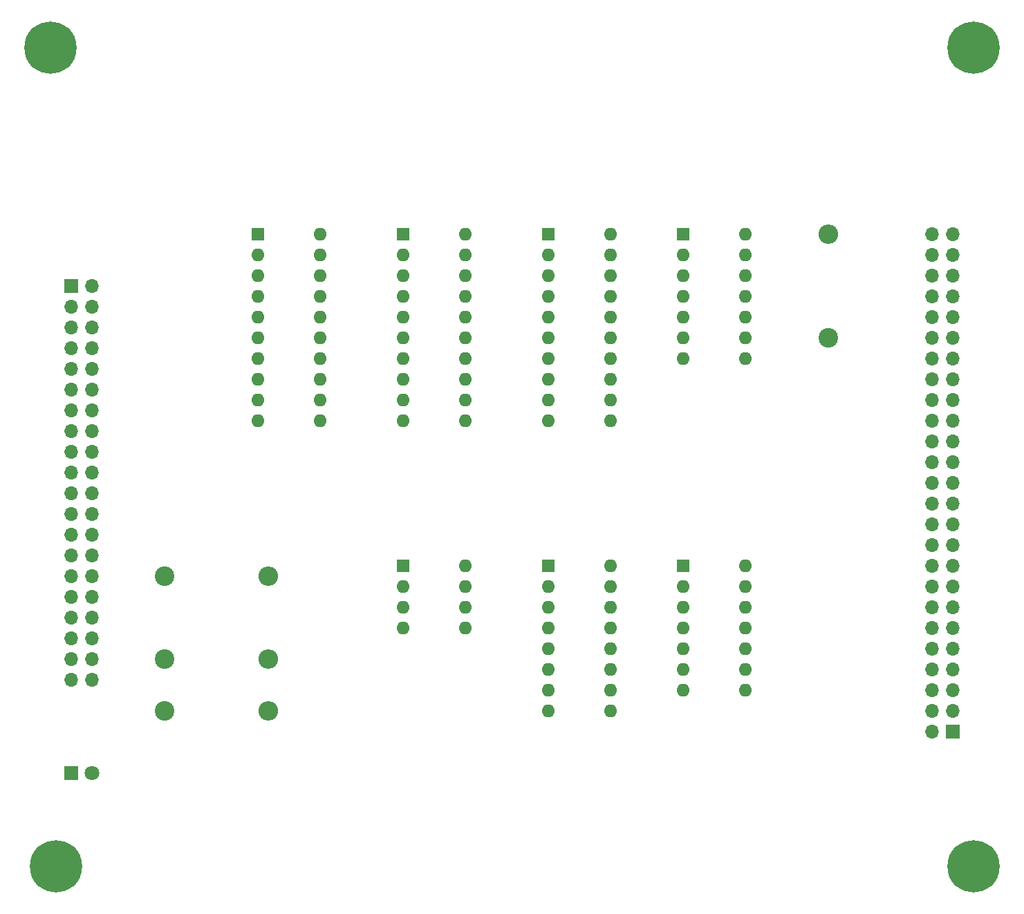
<source format=gbr>
G04 #@! TF.FileFunction,Soldermask,Bot*
%FSLAX46Y46*%
G04 Gerber Fmt 4.6, Leading zero omitted, Abs format (unit mm)*
G04 Created by KiCad (PCBNEW 4.0.6-e0-6349~53~ubuntu16.04.1) date Mon Apr  3 22:16:37 2017*
%MOMM*%
%LPD*%
G01*
G04 APERTURE LIST*
%ADD10C,0.100000*%
%ADD11R,1.800000X1.800000*%
%ADD12C,1.800000*%
%ADD13R,1.700000X1.700000*%
%ADD14O,1.700000X1.700000*%
%ADD15C,2.400000*%
%ADD16O,2.400000X2.400000*%
%ADD17R,1.600000X1.600000*%
%ADD18O,1.600000X1.600000*%
%ADD19C,6.400000*%
G04 APERTURE END LIST*
D10*
D11*
X54610000Y-134620000D03*
D12*
X57150000Y-134620000D03*
D13*
X162560000Y-129540000D03*
D14*
X160020000Y-129540000D03*
X162560000Y-127000000D03*
X160020000Y-127000000D03*
X162560000Y-124460000D03*
X160020000Y-124460000D03*
X162560000Y-121920000D03*
X160020000Y-121920000D03*
X162560000Y-119380000D03*
X160020000Y-119380000D03*
X162560000Y-116840000D03*
X160020000Y-116840000D03*
X162560000Y-114300000D03*
X160020000Y-114300000D03*
X162560000Y-111760000D03*
X160020000Y-111760000D03*
X162560000Y-109220000D03*
X160020000Y-109220000D03*
X162560000Y-106680000D03*
X160020000Y-106680000D03*
X162560000Y-104140000D03*
X160020000Y-104140000D03*
X162560000Y-101600000D03*
X160020000Y-101600000D03*
X162560000Y-99060000D03*
X160020000Y-99060000D03*
X162560000Y-96520000D03*
X160020000Y-96520000D03*
X162560000Y-93980000D03*
X160020000Y-93980000D03*
X162560000Y-91440000D03*
X160020000Y-91440000D03*
X162560000Y-88900000D03*
X160020000Y-88900000D03*
X162560000Y-86360000D03*
X160020000Y-86360000D03*
X162560000Y-83820000D03*
X160020000Y-83820000D03*
X162560000Y-81280000D03*
X160020000Y-81280000D03*
X162560000Y-78740000D03*
X160020000Y-78740000D03*
X162560000Y-76200000D03*
X160020000Y-76200000D03*
X162560000Y-73660000D03*
X160020000Y-73660000D03*
X162560000Y-71120000D03*
X160020000Y-71120000D03*
X162560000Y-68580000D03*
X160020000Y-68580000D03*
D13*
X54610000Y-74930000D03*
D14*
X57150000Y-74930000D03*
X54610000Y-77470000D03*
X57150000Y-77470000D03*
X54610000Y-80010000D03*
X57150000Y-80010000D03*
X54610000Y-82550000D03*
X57150000Y-82550000D03*
X54610000Y-85090000D03*
X57150000Y-85090000D03*
X54610000Y-87630000D03*
X57150000Y-87630000D03*
X54610000Y-90170000D03*
X57150000Y-90170000D03*
X54610000Y-92710000D03*
X57150000Y-92710000D03*
X54610000Y-95250000D03*
X57150000Y-95250000D03*
X54610000Y-97790000D03*
X57150000Y-97790000D03*
X54610000Y-100330000D03*
X57150000Y-100330000D03*
X54610000Y-102870000D03*
X57150000Y-102870000D03*
X54610000Y-105410000D03*
X57150000Y-105410000D03*
X54610000Y-107950000D03*
X57150000Y-107950000D03*
X54610000Y-110490000D03*
X57150000Y-110490000D03*
X54610000Y-113030000D03*
X57150000Y-113030000D03*
X54610000Y-115570000D03*
X57150000Y-115570000D03*
X54610000Y-118110000D03*
X57150000Y-118110000D03*
X54610000Y-120650000D03*
X57150000Y-120650000D03*
X54610000Y-123190000D03*
X57150000Y-123190000D03*
D15*
X66040000Y-110490000D03*
D16*
X78740000Y-110490000D03*
D15*
X66040000Y-120650000D03*
D16*
X78740000Y-120650000D03*
D15*
X66040000Y-127000000D03*
D16*
X78740000Y-127000000D03*
D15*
X147320000Y-81280000D03*
D16*
X147320000Y-68580000D03*
D17*
X129540000Y-109220000D03*
D18*
X137160000Y-124460000D03*
X129540000Y-111760000D03*
X137160000Y-121920000D03*
X129540000Y-114300000D03*
X137160000Y-119380000D03*
X129540000Y-116840000D03*
X137160000Y-116840000D03*
X129540000Y-119380000D03*
X137160000Y-114300000D03*
X129540000Y-121920000D03*
X137160000Y-111760000D03*
X129540000Y-124460000D03*
X137160000Y-109220000D03*
D17*
X113030000Y-109220000D03*
D18*
X120650000Y-127000000D03*
X113030000Y-111760000D03*
X120650000Y-124460000D03*
X113030000Y-114300000D03*
X120650000Y-121920000D03*
X113030000Y-116840000D03*
X120650000Y-119380000D03*
X113030000Y-119380000D03*
X120650000Y-116840000D03*
X113030000Y-121920000D03*
X120650000Y-114300000D03*
X113030000Y-124460000D03*
X120650000Y-111760000D03*
X113030000Y-127000000D03*
X120650000Y-109220000D03*
D17*
X129540000Y-68580000D03*
D18*
X137160000Y-83820000D03*
X129540000Y-71120000D03*
X137160000Y-81280000D03*
X129540000Y-73660000D03*
X137160000Y-78740000D03*
X129540000Y-76200000D03*
X137160000Y-76200000D03*
X129540000Y-78740000D03*
X137160000Y-73660000D03*
X129540000Y-81280000D03*
X137160000Y-71120000D03*
X129540000Y-83820000D03*
X137160000Y-68580000D03*
D17*
X95250000Y-109220000D03*
D18*
X102870000Y-116840000D03*
X95250000Y-111760000D03*
X102870000Y-114300000D03*
X95250000Y-114300000D03*
X102870000Y-111760000D03*
X95250000Y-116840000D03*
X102870000Y-109220000D03*
D17*
X95250000Y-68580000D03*
D18*
X102870000Y-91440000D03*
X95250000Y-71120000D03*
X102870000Y-88900000D03*
X95250000Y-73660000D03*
X102870000Y-86360000D03*
X95250000Y-76200000D03*
X102870000Y-83820000D03*
X95250000Y-78740000D03*
X102870000Y-81280000D03*
X95250000Y-81280000D03*
X102870000Y-78740000D03*
X95250000Y-83820000D03*
X102870000Y-76200000D03*
X95250000Y-86360000D03*
X102870000Y-73660000D03*
X95250000Y-88900000D03*
X102870000Y-71120000D03*
X95250000Y-91440000D03*
X102870000Y-68580000D03*
D17*
X77470000Y-68580000D03*
D18*
X85090000Y-91440000D03*
X77470000Y-71120000D03*
X85090000Y-88900000D03*
X77470000Y-73660000D03*
X85090000Y-86360000D03*
X77470000Y-76200000D03*
X85090000Y-83820000D03*
X77470000Y-78740000D03*
X85090000Y-81280000D03*
X77470000Y-81280000D03*
X85090000Y-78740000D03*
X77470000Y-83820000D03*
X85090000Y-76200000D03*
X77470000Y-86360000D03*
X85090000Y-73660000D03*
X77470000Y-88900000D03*
X85090000Y-71120000D03*
X77470000Y-91440000D03*
X85090000Y-68580000D03*
D17*
X113030000Y-68580000D03*
D18*
X120650000Y-91440000D03*
X113030000Y-71120000D03*
X120650000Y-88900000D03*
X113030000Y-73660000D03*
X120650000Y-86360000D03*
X113030000Y-76200000D03*
X120650000Y-83820000D03*
X113030000Y-78740000D03*
X120650000Y-81280000D03*
X113030000Y-81280000D03*
X120650000Y-78740000D03*
X113030000Y-83820000D03*
X120650000Y-76200000D03*
X113030000Y-86360000D03*
X120650000Y-73660000D03*
X113030000Y-88900000D03*
X120650000Y-71120000D03*
X113030000Y-91440000D03*
X120650000Y-68580000D03*
D19*
X165100000Y-146050000D03*
X52705000Y-146050000D03*
X52070000Y-45720000D03*
X165100000Y-45720000D03*
M02*

</source>
